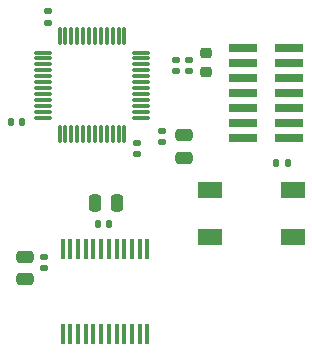
<source format=gtp>
G04 #@! TF.GenerationSoftware,KiCad,Pcbnew,8.0.8*
G04 #@! TF.CreationDate,2025-02-05T20:31:25+01:00*
G04 #@! TF.ProjectId,Janus_finalV,4a616e75-735f-4666-996e-616c562e6b69,rev?*
G04 #@! TF.SameCoordinates,Original*
G04 #@! TF.FileFunction,Paste,Top*
G04 #@! TF.FilePolarity,Positive*
%FSLAX46Y46*%
G04 Gerber Fmt 4.6, Leading zero omitted, Abs format (unit mm)*
G04 Created by KiCad (PCBNEW 8.0.8) date 2025-02-05 20:31:25*
%MOMM*%
%LPD*%
G01*
G04 APERTURE LIST*
G04 Aperture macros list*
%AMRoundRect*
0 Rectangle with rounded corners*
0 $1 Rounding radius*
0 $2 $3 $4 $5 $6 $7 $8 $9 X,Y pos of 4 corners*
0 Add a 4 corners polygon primitive as box body*
4,1,4,$2,$3,$4,$5,$6,$7,$8,$9,$2,$3,0*
0 Add four circle primitives for the rounded corners*
1,1,$1+$1,$2,$3*
1,1,$1+$1,$4,$5*
1,1,$1+$1,$6,$7*
1,1,$1+$1,$8,$9*
0 Add four rect primitives between the rounded corners*
20,1,$1+$1,$2,$3,$4,$5,0*
20,1,$1+$1,$4,$5,$6,$7,0*
20,1,$1+$1,$6,$7,$8,$9,0*
20,1,$1+$1,$8,$9,$2,$3,0*%
G04 Aperture macros list end*
%ADD10RoundRect,0.140000X-0.140000X-0.170000X0.140000X-0.170000X0.140000X0.170000X-0.140000X0.170000X0*%
%ADD11R,2.400000X0.740000*%
%ADD12R,2.000000X1.400000*%
%ADD13RoundRect,0.218750X0.256250X-0.218750X0.256250X0.218750X-0.256250X0.218750X-0.256250X-0.218750X0*%
%ADD14RoundRect,0.140000X-0.170000X0.140000X-0.170000X-0.140000X0.170000X-0.140000X0.170000X0.140000X0*%
%ADD15RoundRect,0.250000X-0.250000X-0.475000X0.250000X-0.475000X0.250000X0.475000X-0.250000X0.475000X0*%
%ADD16R,0.450000X1.750000*%
%ADD17RoundRect,0.140000X0.170000X-0.140000X0.170000X0.140000X-0.170000X0.140000X-0.170000X-0.140000X0*%
%ADD18RoundRect,0.250000X-0.475000X0.250000X-0.475000X-0.250000X0.475000X-0.250000X0.475000X0.250000X0*%
%ADD19RoundRect,0.140000X0.140000X0.170000X-0.140000X0.170000X-0.140000X-0.170000X0.140000X-0.170000X0*%
%ADD20RoundRect,0.075000X0.662500X0.075000X-0.662500X0.075000X-0.662500X-0.075000X0.662500X-0.075000X0*%
%ADD21RoundRect,0.075000X0.075000X0.662500X-0.075000X0.662500X-0.075000X-0.662500X0.075000X-0.662500X0*%
G04 APERTURE END LIST*
D10*
X146920000Y-65200000D03*
X147880000Y-65200000D03*
D11*
X148000000Y-63110000D03*
X144100000Y-63110000D03*
X148000000Y-61840000D03*
X144100000Y-61840000D03*
X148000000Y-60570000D03*
X144100000Y-60570000D03*
X148000000Y-59300000D03*
X144100000Y-59300000D03*
X148000000Y-58030000D03*
X144100000Y-58030000D03*
X148000000Y-56760000D03*
X144100000Y-56760000D03*
X148000000Y-55490000D03*
X144100000Y-55490000D03*
D12*
X148300000Y-71500000D03*
X141300000Y-71500000D03*
X148300000Y-67500000D03*
X141300000Y-67500000D03*
D13*
X140950000Y-57487500D03*
X140950000Y-55912500D03*
D14*
X137250000Y-62470000D03*
X137250000Y-63430000D03*
X135100000Y-63520000D03*
X135100000Y-64480000D03*
D15*
X131550000Y-68600000D03*
X133450000Y-68600000D03*
D16*
X128825000Y-79700000D03*
X129475000Y-79700000D03*
X130125000Y-79700000D03*
X130775000Y-79700000D03*
X131425000Y-79700000D03*
X132075000Y-79700000D03*
X132725000Y-79700000D03*
X133375000Y-79700000D03*
X134025000Y-79700000D03*
X134675000Y-79700000D03*
X135325000Y-79700000D03*
X135975000Y-79700000D03*
X135975000Y-72500000D03*
X135325000Y-72500000D03*
X134675000Y-72500000D03*
X134025000Y-72500000D03*
X133375000Y-72500000D03*
X132725000Y-72500000D03*
X132075000Y-72500000D03*
X131425000Y-72500000D03*
X130775000Y-72500000D03*
X130125000Y-72500000D03*
X129475000Y-72500000D03*
X128825000Y-72500000D03*
D14*
X139500000Y-56470000D03*
X139500000Y-57430000D03*
X127200000Y-73120000D03*
X127200000Y-74080000D03*
D10*
X131820000Y-70400000D03*
X132780000Y-70400000D03*
D17*
X127600000Y-53330000D03*
X127600000Y-52370000D03*
D18*
X125600000Y-73150000D03*
X125600000Y-75050000D03*
D19*
X125380000Y-61700000D03*
X124420000Y-61700000D03*
D20*
X135462500Y-61350000D03*
X135462500Y-60850000D03*
X135462500Y-60350000D03*
X135462500Y-59850000D03*
X135462500Y-59350000D03*
X135462500Y-58850000D03*
X135462500Y-58350000D03*
X135462500Y-57850000D03*
X135462500Y-57350000D03*
X135462500Y-56850000D03*
X135462500Y-56350000D03*
X135462500Y-55850000D03*
D21*
X134050000Y-54437500D03*
X133550000Y-54437500D03*
X133050000Y-54437500D03*
X132550000Y-54437500D03*
X132050000Y-54437500D03*
X131550000Y-54437500D03*
X131050000Y-54437500D03*
X130550000Y-54437500D03*
X130050000Y-54437500D03*
X129550000Y-54437500D03*
X129050000Y-54437500D03*
X128550000Y-54437500D03*
D20*
X127137500Y-55850000D03*
X127137500Y-56350000D03*
X127137500Y-56850000D03*
X127137500Y-57350000D03*
X127137500Y-57850000D03*
X127137500Y-58350000D03*
X127137500Y-58850000D03*
X127137500Y-59350000D03*
X127137500Y-59850000D03*
X127137500Y-60350000D03*
X127137500Y-60850000D03*
X127137500Y-61350000D03*
D21*
X128550000Y-62762500D03*
X129050000Y-62762500D03*
X129550000Y-62762500D03*
X130050000Y-62762500D03*
X130550000Y-62762500D03*
X131050000Y-62762500D03*
X131550000Y-62762500D03*
X132050000Y-62762500D03*
X132550000Y-62762500D03*
X133050000Y-62762500D03*
X133550000Y-62762500D03*
X134050000Y-62762500D03*
D14*
X138450000Y-56470000D03*
X138450000Y-57430000D03*
D18*
X139050000Y-62850000D03*
X139050000Y-64750000D03*
M02*

</source>
